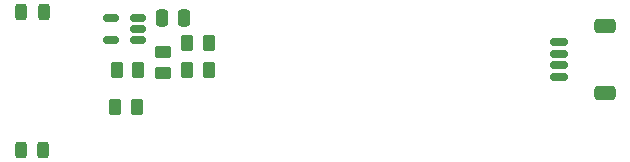
<source format=gtp>
G04 #@! TF.GenerationSoftware,KiCad,Pcbnew,(6.0.0-0)*
G04 #@! TF.CreationDate,2023-05-15T09:27:01-07:00*
G04 #@! TF.ProjectId,ItsyBitsy breadboard,49747379-4269-4747-9379-206272656164,3.0.1*
G04 #@! TF.SameCoordinates,Original*
G04 #@! TF.FileFunction,Paste,Top*
G04 #@! TF.FilePolarity,Positive*
%FSLAX46Y46*%
G04 Gerber Fmt 4.6, Leading zero omitted, Abs format (unit mm)*
G04 Created by KiCad (PCBNEW (6.0.0-0)) date 2023-05-15 09:27:01*
%MOMM*%
%LPD*%
G01*
G04 APERTURE LIST*
G04 Aperture macros list*
%AMRoundRect*
0 Rectangle with rounded corners*
0 $1 Rounding radius*
0 $2 $3 $4 $5 $6 $7 $8 $9 X,Y pos of 4 corners*
0 Add a 4 corners polygon primitive as box body*
4,1,4,$2,$3,$4,$5,$6,$7,$8,$9,$2,$3,0*
0 Add four circle primitives for the rounded corners*
1,1,$1+$1,$2,$3*
1,1,$1+$1,$4,$5*
1,1,$1+$1,$6,$7*
1,1,$1+$1,$8,$9*
0 Add four rect primitives between the rounded corners*
20,1,$1+$1,$2,$3,$4,$5,0*
20,1,$1+$1,$4,$5,$6,$7,0*
20,1,$1+$1,$6,$7,$8,$9,0*
20,1,$1+$1,$8,$9,$2,$3,0*%
G04 Aperture macros list end*
%ADD10RoundRect,0.250000X-0.250000X-0.475000X0.250000X-0.475000X0.250000X0.475000X-0.250000X0.475000X0*%
%ADD11RoundRect,0.243750X-0.243750X-0.456250X0.243750X-0.456250X0.243750X0.456250X-0.243750X0.456250X0*%
%ADD12RoundRect,0.250000X0.450000X-0.262500X0.450000X0.262500X-0.450000X0.262500X-0.450000X-0.262500X0*%
%ADD13RoundRect,0.250000X0.262500X0.450000X-0.262500X0.450000X-0.262500X-0.450000X0.262500X-0.450000X0*%
%ADD14RoundRect,0.250000X-0.262500X-0.450000X0.262500X-0.450000X0.262500X0.450000X-0.262500X0.450000X0*%
%ADD15RoundRect,0.150000X0.512500X0.150000X-0.512500X0.150000X-0.512500X-0.150000X0.512500X-0.150000X0*%
%ADD16RoundRect,0.150000X0.625000X-0.150000X0.625000X0.150000X-0.625000X0.150000X-0.625000X-0.150000X0*%
%ADD17RoundRect,0.250000X0.650000X-0.350000X0.650000X0.350000X-0.650000X0.350000X-0.650000X-0.350000X0*%
G04 APERTURE END LIST*
D10*
X116750000Y-104500000D03*
X118650000Y-104500000D03*
D11*
X104862500Y-103950000D03*
X106737500Y-103950000D03*
X104812500Y-115650000D03*
X106687500Y-115650000D03*
D12*
X116879000Y-109177500D03*
X116879000Y-107352500D03*
D13*
X114612500Y-112000000D03*
X112787500Y-112000000D03*
D14*
X118887500Y-106614000D03*
X120712500Y-106614000D03*
X112918500Y-108900000D03*
X114743500Y-108900000D03*
D13*
X120712500Y-108900000D03*
X118887500Y-108900000D03*
D15*
X114737500Y-106350000D03*
X114737500Y-105400000D03*
X114737500Y-104450000D03*
X112462500Y-104450000D03*
X112462500Y-106350000D03*
D16*
X150400000Y-109500000D03*
X150400000Y-108500000D03*
X150400000Y-107500000D03*
X150400000Y-106500000D03*
D17*
X154275000Y-105200000D03*
X154275000Y-110800000D03*
M02*

</source>
